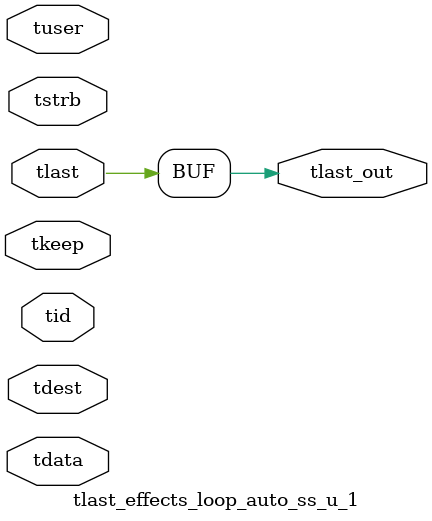
<source format=v>


`timescale 1ps/1ps

module tlast_effects_loop_auto_ss_u_1 #
(
parameter C_S_AXIS_TID_WIDTH   = 1,
parameter C_S_AXIS_TUSER_WIDTH = 0,
parameter C_S_AXIS_TDATA_WIDTH = 0,
parameter C_S_AXIS_TDEST_WIDTH = 0
)
(
input  [(C_S_AXIS_TID_WIDTH   == 0 ? 1 : C_S_AXIS_TID_WIDTH)-1:0       ] tid,
input  [(C_S_AXIS_TDATA_WIDTH == 0 ? 1 : C_S_AXIS_TDATA_WIDTH)-1:0     ] tdata,
input  [(C_S_AXIS_TUSER_WIDTH == 0 ? 1 : C_S_AXIS_TUSER_WIDTH)-1:0     ] tuser,
input  [(C_S_AXIS_TDEST_WIDTH == 0 ? 1 : C_S_AXIS_TDEST_WIDTH)-1:0     ] tdest,
input  [(C_S_AXIS_TDATA_WIDTH/8)-1:0 ] tkeep,
input  [(C_S_AXIS_TDATA_WIDTH/8)-1:0 ] tstrb,
input  [0:0]                                                             tlast,
output                                                                   tlast_out
);

assign tlast_out = {tlast};

endmodule


</source>
